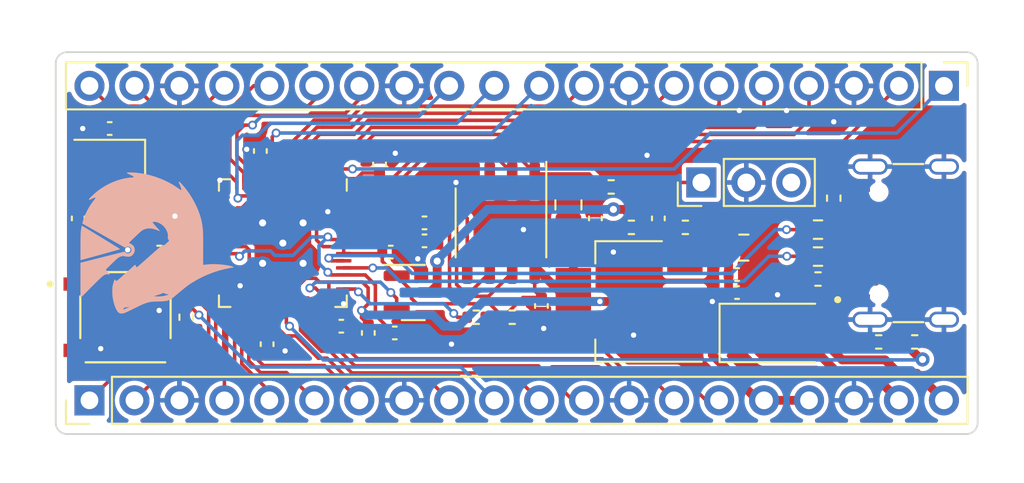
<source format=kicad_pcb>
(kicad_pcb (version 20211014) (generator pcbnew)
  (layers (0 "F.Cu" signal) (31 "B.Cu" signal) (34 "B.Paste" user) (35 "F.Paste" user) (36 "B.SilkS" user "B.Silkscreen") (37 "F.SilkS" user "F.Silkscreen") (38 "B.Mask" user) (39 "F.Mask" user) (44 "Edge.Cuts" user))
  (net 0 "")
  (net 1 "VSYS")
  (net 2 "GND")
  (net 3 "+3V3")
  (net 4 "+1V1")
  (net 5 "Net-(C9-Pad1)")
  (net 6 "XIN")
  (net 7 "Net-(C11-Pad1)")
  (net 8 "VBUS")
  (net 9 "USB_D_N")
  (net 10 "USB_D_P")
  (net 11 "Net-(J1-PadA5)")
  (net 12 "GPIO29{slash}ADC3")
  (net 13 "GPIO24")
  (net 14 "/RUSB_D_P")
  (net 15 "/RUSB_D_N")
  (net 16 "XOUT")
  (net 17 "RUN")
  (net 18 "Net-(R10-Pad2)")
  (net 19 "QSPI_SS_N")
  (net 20 "GPIO0")
  (net 21 "GPIO1")
  (net 22 "GPIO2")
  (net 23 "GPIO3")
  (net 24 "GPIO4")
  (net 25 "GPIO5")
  (net 26 "GPIO6")
  (net 27 "GPIO7")
  (net 28 "GPIO8")
  (net 29 "GPIO9")
  (net 30 "GPIO10")
  (net 31 "GPIO11")
  (net 32 "GPIO12")
  (net 33 "GPIO13")
  (net 34 "GPIO14")
  (net 35 "GPIO15")
  (net 36 "SWCLK")
  (net 37 "SWDIO")
  (net 38 "GPIO16")
  (net 39 "GPIO17")
  (net 40 "GPIO18")
  (net 41 "GPIO19")
  (net 42 "GPIO20")
  (net 43 "GPIO21")
  (net 44 "GPIO22")
  (net 45 "GPIO23")
  (net 46 "GPIO25")
  (net 47 "GPIO26{slash}ADC0")
  (net 48 "GPIO27{slash}ADC1")
  (net 49 "GPIO28{slash}ADC2")
  (net 50 "Net-(R6-Pad1)")
  (net 51 "QSPI_SD3")
  (net 52 "QSPI_SCLK")
  (net 53 "QSPI_SD0")
  (net 54 "QSPI_SD2")
  (net 55 "QSPI_SD1")
  (net 58 "ADC_VREF")
  (net 59 "Net-(J1-PadB5)")
  (net 61 "Net-(JP1-Pad1)")
  (footprint "Package_TO_SOT_SMD:SOT-223-3_TabPin2" (layer "F.Cu") (at 149.86 113.792 180)
    (fp_text reference "U1" hide)
    (fp_text value "AMS1117-3.3")
  )
  (footprint "Capacitor_SMD:C_0402_1005Metric" (layer "F.Cu") (at 120.523 104.013 180)
    (fp_text reference "C10" hide)
    (fp_text value "15pF")
  )
  (footprint "Capacitor_SMD:C_0402_1005Metric" (layer "F.Cu") (at 138.303 109.347)
    (fp_text reference "C8" hide)
    (fp_text value "0.1uF")
  )
  (footprint "Resistor_SMD:R_0402_1005Metric" (layer "F.Cu") (at 148.846 107.315)
    (fp_text reference "R11" hide)
    (fp_text value "1kΩ")
  )
  (footprint "Connector_PinHeader_2.54mm:PinHeader_1x20_P2.54mm_Vertical" (layer "F.Cu") (at 167.64 101.6 -90)
    (fp_text reference "J2" hide)
    (fp_text value "Conn_01x20")
  )
  (footprint "Crystal:Crystal_SMD_3225-4Pin_3.2x2.5mm" (layer "F.Cu") (at 120.523 106.299 180)
    (fp_text reference "U2" hide)
    (fp_text value "X322512MSB4SI")
  )
  (footprint "Resistor_SMD:R_0402_1005Metric" (layer "F.Cu") (at 149.987 109.601)
    (fp_text reference "R8" hide)
    (fp_text value "100kΩ")
  )
  (footprint "Capacitor_SMD:C_0805_2012Metric" (layer "F.Cu") (at 146.431 108.331 90)
    (fp_text reference "C5" hide)
    (fp_text value "22uF")
  )
  (footprint "Package_TO_SOT_SMD:SOT-23" (layer "F.Cu") (at 137.668 113.284)
    (fp_text reference "Q1" hide)
    (fp_text value "2N7002")
  )
  (footprint "Capacitor_SMD:C_0402_1005Metric" (layer "F.Cu") (at 155.956 113.284)
    (fp_text reference "C1" hide)
    (fp_text value "1uF")
  )
  (footprint "Capacitor_SMD:C_0805_2012Metric" (layer "F.Cu") (at 156.337 110.744)
    (fp_text reference "C2" hide)
    (fp_text value "22uF")
  )
  (footprint "Capacitor_SMD:C_0402_1005Metric" (layer "F.Cu") (at 129.032 105.283 90)
    (fp_text reference "C13" hide)
    (fp_text value "0.1uF")
  )
  (footprint "Capacitor_SMD:C_0402_1005Metric" (layer "F.Cu") (at 123.317 110.998 180)
    (fp_text reference "C18" hide)
    (fp_text value "0.1uF")
  )
  (footprint "Resistor_SMD:R_0402_1005Metric" (layer "F.Cu") (at 120.523 108.585 180)
    (fp_text reference "R9" hide)
    (fp_text value "1kΩ")
  )
  (footprint "Package_SO:SOIC-8_3.9x4.9mm_P1.27mm" (layer "F.Cu") (at 142.621 109.347 -90)
    (fp_text reference "U4" hide)
    (fp_text value "W25Q128JVSIQ")
  )
  (footprint "Resistor_SMD:R_0402_1005Metric" (layer "F.Cu") (at 163.957 116.078)
    (fp_text reference "R1" hide)
    (fp_text value "5.6kΩ")
  )
  (footprint "Resistor_SMD:R_0402_1005Metric" (layer "F.Cu") (at 153.035 109.601 180)
    (fp_text reference "R7" hide)
    (fp_text value "200kΩ")
  )
  (footprint "Capacitor_SMD:C_0402_1005Metric" (layer "F.Cu") (at 136.398 110.998)
    (fp_text reference "C16" hide)
    (fp_text value "0.1uF")
  )
  (footprint "Resistor_SMD:R_0402_1005Metric" (layer "F.Cu") (at 124.841 114.681 -90)
    (fp_text reference "R10" hide)
    (fp_text value "1kΩ")
  )
  (footprint "Capacitor_SMD:C_0402_1005Metric" (layer "F.Cu") (at 135.128 115.57 -90)
    (fp_text reference "C12" hide)
    (fp_text value "1uF")
  )
  (footprint "Resistor_SMD:R_0402_1005Metric" (layer "F.Cu") (at 143.256 114.681 180)
    (fp_text reference "R5" hide)
    (fp_text value "200Ω")
  )
  (footprint "Resistor_SMD:R_0402_1005Metric" (layer "F.Cu") (at 161.417 107.95 -90)
    (fp_text reference "R13" hide)
    (fp_text value "5.1kΩ")
  )
  (footprint "Capacitor_SMD:C_0402_1005Metric" (layer "F.Cu") (at 133.604 115.189)
    (fp_text reference "C15" hide)
    (fp_text value "0.1uF")
  )
  (footprint "Resistor_SMD:R_0402_1005Metric" (layer "F.Cu") (at 160.528 112.522)
    (fp_text reference "R12" hide)
    (fp_text value "5.1kΩ")
  )
  (footprint "Diode_SMD:D_SMA" (layer "F.Cu") (at 158.369 115.57)
    (fp_text reference "D1" hide)
    (fp_text value "SS54")
  )
  (footprint "Connector_PinHeader_2.54mm:PinHeader_1x20_P2.54mm_Vertical" (layer "F.Cu") (at 119.38 119.38 90)
    (fp_text reference "J3" hide)
    (fp_text value "Conn_01x20")
  )
  (footprint "Capacitor_SMD:C_0402_1005Metric" (layer "F.Cu") (at 135.763 106.045 90)
    (fp_text reference "C19" hide)
    (fp_text value "0.1uF")
  )
  (footprint "Capacitor_SMD:C_0402_1005Metric" (layer "F.Cu") (at 147.955 109.093 90)
    (fp_text reference "C4" hide)
    (fp_text value "100nF")
  )
  (footprint "01-rickbassham:RP2040" (layer "F.Cu") (at 130.302 110.49 -90)
    (fp_text reference "U3" hide)
    (fp_text value "RP2040")
  )
  (footprint "Resistor_SMD:R_0603_1608Metric" (layer "F.Cu") (at 160.528 111.252)
    (fp_text reference "R4" hide)
    (fp_text value "27Ω")
  )
  (footprint "Resistor_SMD:R_0402_1005Metric" (layer "F.Cu") (at 141.224 114.681)
    (fp_text reference "R6" hide)
    (fp_text value "1Ω")
  )
  (footprint "01-rickbassham:SW_TS-1187A-B-A-B" (layer "F.Cu") (at 121.412 114.681)
    (fp_text reference "SW1" hide)
    (fp_text value "SW_Push")
  )
  (footprint "Resistor_SMD:R_0402_1005Metric" (layer "F.Cu") (at 165.989 116.078)
    (fp_text reference "R2" hide)
    (fp_text value "10kΩ")
  )
  (footprint "Capacitor_SMD:C_0402_1005Metric" (layer "F.Cu") (at 136.624 115.57)
    (fp_text reference "C6" hide)
    (fp_text value "1uF")
  )
  (footprint "Capacitor_SMD:C_0402_1005Metric" (layer "F.Cu") (at 151.511 109.093 90)
    (fp_text reference "C9" hide)
    (fp_text value "0.1uF")
  )
  (footprint "Capacitor_SMD:C_0402_1005Metric" (layer "F.Cu") (at 125.222 111.633 180)
    (fp_text reference "C7" hide)
    (fp_text value "0.1uF")
  )
  (footprint "Capacitor_SMD:C_0402_1005Metric" (layer "F.Cu") (at 138.303 110.363)
    (fp_text reference "C17" hide)
    (fp_text value "0.1uF")
  )
  (footprint "Capacitor_SMD:C_0402_1005Metric" (layer "F.Cu") (at 118.745 109.093 -90)
    (fp_text reference "C11" hide)
    (fp_text value "15pF")
  )
  (footprint "Connector_PinHeader_2.54mm:PinHeader_1x03_P2.54mm_Vertical" (layer "F.Cu") (at 153.939 107.061 90)
    (fp_text reference "JP1" hide)
    (fp_text value "Boot_Mode")
  )
  (footprint "Capacitor_SMD:C_0402_1005Metric" (layer "F.Cu") (at 155.956 112.268)
    (fp_text reference "C3" hide)
    (fp_text value "100nF")
  )
  (footprint "Resistor_SMD:R_0603_1608Metric" (layer "F.Cu") (at 160.528 109.728)
    (fp_text reference "R3" hide)
    (fp_text value "27Ω")
  )
  (footprint "Capacitor_SMD:C_0402_1005Metric" (layer "F.Cu") (at 129.413 116.205 -90)
    (fp_text reference "C14" hide)
    (fp_text value "0.1uF")
  )
  (footprint "Capacitor_SMD:C_0402_1005Metric" (layer "F.Cu") (at 144.907 114.046 -90)
    (fp_text reference "C20" hide)
    (fp_text value "0.1uF")
  )
  (footprint "01-rickbassham:HRO_TYPE-C-31-M-12" (layer "F.Cu") (at 167.64 110.49 90)
    (fp_text reference "J1" hide)
    (fp_text value "TYPE-C-31-M-12")
  )
  (footprint "01-rickbassham:logo_small" (layer "B.Cu") (at 123.19 110.49 90)
    (fp_text reference "G***" hide)
    (fp_text value "LOGO" hide)
  )
  (gr_arc (start 117.475 100.33) (mid 117.660987 99.880987) (end 118.11 99.695) (layer "Edge.Cuts") (width 0.1))
  (gr_line (start 169.545 100.33) (end 169.545 120.65) (layer "Edge.Cuts") (width 0.1))
  (gr_line (start 168.91 121.285) (end 118.11 121.285) (layer "Edge.Cuts") (width 0.1))
  (gr_arc (start 118.11 121.285) (mid 117.660987 121.099013) (end 117.475 120.65) (layer "Edge.Cuts") (width 0.1))
  (gr_arc (start 168.91 99.695) (mid 169.359013 99.880987) (end 169.545 100.33) (layer "Edge.Cuts") (width 0.1))
  (gr_line (start 118.11 99.695) (end 168.91 99.695) (layer "Edge.Cuts") (width 0.1))
  (gr_line (start 117.475 120.65) (end 117.475 100.33) (layer "Edge.Cuts") (width 0.1))
  (gr_arc (start 169.545 120.65) (mid 169.359013 121.099013) (end 168.91 121.285) (layer "Edge.Cuts") (width 0.1))
  (segment (start 155.476 114.931) (end 157.464511 116.919511) (width 0.5) (layer "F.Cu") (net 1))
  (segment (start 163.576 117.856) (end 165.1 119.38) (width 0.5) (layer "F.Cu") (net 1))
  (segment (start 155.476 110.833) (end 155.476 112.268) (width 0.5) (layer "F.Cu") (net 1))
  (segment (start 161.66573 117.856) (end 163.576 117.856) (width 0.5) (layer "F.Cu") (net 1))
  (segment (start 155.387 110.744) (end 155.476 110.833) (width 0.5) (layer "F.Cu") (net 1))
  (segment (start 153.01 111.492) (end 153.758 110.744) (width 0.5) (layer "F.Cu") (net 1))
  (segment (start 155.476 113.284) (end 155.476 112.268) (width 0.5) (layer "F.Cu") (net 1))
  (segment (start 160.729241 116.919511) (end 161.66573 117.856) (width 0.5) (layer "F.Cu") (net 1))
  (segment (start 153.01 111.492) (end 153.545 110.957) (width 0.5) (layer "F.Cu") (net 1))
  (segment (start 155.476 113.284) (end 155.476 114.931) (width 0.5) (layer "F.Cu") (net 1))
  (segment (start 153.545 110.957) (end 153.545 109.601) (width 0.5) (layer "F.Cu") (net 1))
  (segment (start 157.464511 116.919511) (end 160.729241 116.919511) (width 0.5) (layer "F.Cu") (net 1))
  (segment (start 153.758 110.744) (end 155.387 110.744) (width 0.5) (layer "F.Cu") (net 1))
  (segment (start 124.73 109.49) (end 126.8645 109.49) (width 0.2) (layer "F.Cu") (net 2))
  (segment (start 146.431 107.381) (end 146.723 107.381) (width 0.5) (layer "F.Cu") (net 2))
  (segment (start 124.206 108.966) (end 124.73 109.49) (width 0.2) (layer "F.Cu") (net 2))
  (via (at 150.871634 105.525303) (size 0.5) (drill 0.3) (layers "F.Cu" "B.Cu") (net 2))
  (via (at 139.827 116.205) (size 0.5) (drill 0.3) (layers "F.Cu" "B.Cu") (net 2))
  (via (at 129.159 109.347) (size 0.8) (drill 0.4) (layers "F.Cu" "B.Cu") (net 2))
  (via (at 143.891 109.728) (size 0.5) (drill 0.3) (layers "F.Cu" "B.Cu") (net 2))
  (via (at 123.317 114.3) (size 0.5) (drill 0.3) (layers "F.Cu" "B.Cu") (net 2))
  (via (at 145.034 115.316) (size 0.5) (drill 0.3) (layers "F.Cu" "B.Cu") (net 2))
  (via (at 131.445 111.633) (size 0.8) (drill 0.4) (layers "F.Cu" "B.Cu") (net 2))
  (via (at 124.206 108.966) (size 0.5) (drill 0.3) (layers "F.Cu" "B.Cu") (net 2))
  (via (at 118.999 104.013) (size 0.5) (drill 0.3) (layers "F.Cu" "B.Cu") (net 2))
  (via (at 158.75 102.997) (size 0.5) (drill 0.3) (layers "F.Cu" "B.Cu") (net 2))
  (via (at 128.25858 105.187794) (size 0.5) (drill 0.3) (layers "F.Cu" "B.Cu") (net 2))
  (via (at 131.445 109.347) (size 0.8) (drill 0.4) (layers "F.Cu" "B.Cu") (net 2))
  (via (at 148.971 110.998) (size 0.5) (drill 0.3) (layers "F.Cu" "B.Cu") (net 2))
  (via (at 150.111128 115.693814) (size 0.5) (drill 0.3) (layers "F.Cu" "B.Cu") (net 2))
  (via (at 136.652 105.41) (size 0.5) (drill 0.3) (layers "F.Cu" "B.Cu") (net 2))
  (via (at 132.842 108.712) (size 0.5) (drill 0.3) (layers "F.Cu" "B.Cu") (net 2))
  (via (at 126.746 106.934) (size 0.5) (drill 0.3) (layers "F.Cu" "B.Cu") (net 2))
  (via (at 121.539 110.871) (size 0.5) (drill 0.3) (layers "F.Cu" "B.Cu") (net 2))
  (via (at 161.417 103.632) (size 0.5) (drill 0.3) (layers "F.Cu" "B.Cu") (net 2))
  (via (at 120.015 116.459) (size 0.5) (drill 0.3) (layers "F.Cu" "B.Cu") (net 2))
  (via (at 137.922 111.379) (size 0.5) (drill 0.3) (layers "F.Cu" "B.Cu") (net 2))
  (via (at 140.081 107.061) (size 0.5) (drill 0.3) (layers "F.Cu" "B.Cu") (net 2))
  (via (at 154.559 113.792) (size 0.5) (drill 0.3) (layers "F.Cu" "B.Cu") (net 2))
  (via (at 129.159 111.633) (size 0.8) (drill 0.4) (layers "F.Cu" "B.Cu") (net 2))
  (via (at 130.302 110.49) (size 0.8) (drill 0.4) (layers "F.Cu" "B.Cu") (net 2))
  (via (at 133.731 113.919) (size 0.5) (drill 0.3) (layers "F.Cu" "B.Cu") (net 2))
  (via (at 158.242 113.411) (size 0.5) (drill 0.3) (layers "F.Cu" "B.Cu") (net 2))
  (via (at 127.889 112.903) (size 0.5) (drill 0.3) (layers "F.Cu" "B.Cu") (net 2))
  (via (at 156.083 102.997) (size 0.5) (drill 0.3) (layers "F.Cu" "B.Cu") (net 2))
  (via (at 130.429 116.586) (size 0.5) (drill 0.3) (layers "F.Cu" "B.Cu") (net 2))
  (segment (start 135.261332 110.69) (end 135.865172 110.08616) (width 0.2) (layer "F.Cu") (net 3))
  (segment (start 124.105 110.69) (end 123.797 110.998) (width 0.2) (layer "F.Cu") (net 3))
  (segment (start 132.902 112.709) (end 132.883 112.69) (width 0.2) (layer "F.Cu") (net 3))
  (segment (start 135.118955 113.02094) (end 135.118955 113.928045) (width 0.2) (layer "F.Cu") (net 3))
  (segment (start 127.396295 110.69) (end 128.216 110.69) (width 0.2) (layer "F.Cu") (net 3))
  (segment (start 135.918 111.5215) (end 136.7305 112.334) (width 0.2) (layer "F.Cu") (net 3))
  (segment (start 134.788015 112.69) (end 135.118955 113.02094) (width 0.2) (layer "F.Cu") (net 3))
  (segment (start 133.7395 110.69) (end 132.578254 110.69) (width 0.2) (layer "F.Cu") (net 3))
  (segment (start 141.984 113.919) (end 142.746 114.681) (width 0.2) (layer "F.Cu") (net 3))
  (segment (start 134.747 114.3) (end 134.747 114.709) (width 0.2) (layer "F.Cu") (net 3))
  (segment (start 133.7395 111.09) (end 133.7395 110.69) (width 0.2) (layer "F.Cu") (net 3))
  (segment (start 127.396295 110.69) (end 127.60152 110.484775) (width 0.2) (layer "F.Cu") (net 3))
  (segment (start 129.507225 113.19048) (end 129.302 113.395705) (width 0.2) (layer "F.Cu") (net 3))
  (segment (start 126.8645 110.69) (end 124.105 110.69) (width 0.2) (layer "F.Cu") (net 3))
  (segment (start 146.71 113.792) (end 146.496 113.792) (width 0.5) (layer "F.Cu") (net 3))
  (segment (start 137.54616 110.08616) (end 137.823 110.363) (width 0.2) (layer "F.Cu") (net 3))
  (segment (start 132.207 108.279295) (end 132.902 107.584295) (width 0.2) (layer "F.Cu") (net 3))
  (segment (start 128.402489 110.876489) (end 128.402489 112.389511) (width 0.2) (layer "F.Cu") (net 3))
  (segment (start 129.302 107.0525) (end 129.302 107.584295) (width 0.2) (layer "F.Cu") (net 3))
  (segment (start 126.8645 110.69) (end 127.396295 110.69) (width 0.2) (layer "F.Cu") (net 3))
  (segment (start 157.129978 119.38) (end 157.48 119.38) (width 0.5) (layer "F.Cu") (net 3))
  (segment (start 130.888393 113.19048) (end 129.507225 113.19048) (width 0.2) (layer "F.Cu") (net 3))
  (segment (start 137.56848 113.620197) (end 137.867283 113.919) (width 0.2) (layer "F.Cu") (net 3))
  (segment (start 134.788511 106.526616) (end 134.788511 106.525) (width 0.2) (layer "F.Cu") (net 3))
  (segment (start 129.507225 107.78952) (end 132.696775 107.78952) (width 0.2) (layer "F.Cu") (net 3))
  (segment (start 129.032 105.763) (end 129.302 106.033) (width 0.2) (layer "F.Cu") (net 3))
  (segment (start 132.696775 107.78952) (end 132.902 107.584295) (width 0.2) (layer "F.Cu") (net 3))
  (segment (start 129.302 113.395705) (end 129.302 113.9275) (width 0.2) (layer "F.Cu") (net 3))
  (segment (start 154.39548 114.828458) (end 154.39548 114.83975) (width 0.5) (layer "F.Cu") (net 3))
  (segment (start 132.883 112.69) (end 132.361301 112.69) (width 0.2) (layer "F.Cu") (net 3))
  (segment (start 128.266607 108.22252) (end 128.828782 108.222519) (width 0.2) (layer "F.Cu") (net 3))
  (segment (start 132.207 110.318746) (end 132.207 108.279295) (width 0.2) (layer "F.Cu") (net 3))
  (segment (start 132.361301 112.69) (end 132.15179 112.480489) (width 0.2) (layer "F.Cu") (net 3))
  (segment (start 132.902 113.9275) (end 132.902 114.967) (width 0.2) (layer "F.Cu") (net 3))
  (segment (start 127.989616 108.499511) (end 128.266607 108.22252) (width 0.2) (layer "F.Cu") (net 3))
  (segment (start 129.302 106.033) (end 129.302 107.0525) (width 0.2) (layer "F.Cu") (net 3))
  (segment (start 132.902 113.9275) (end 132.902 112.709) (width 0.2) (layer "F.Cu") (net 3))
  (segment (start 135.918 110.998) (end 135.826 111.09) (width 0.2) (layer "F.Cu") (net 3))
  (segment (start 132.15179 112.480489) (end 131.598384 112.480489) (width 0.2) (layer "F.Cu") (net 3))
  (segment (start 154.559 116.809022) (end 157.129978 119.38) (width 0.5) (layer "F.Cu") (net 3))
  (segment (start 132.902 107.0525) (end 133.105989 106.848511) (width 0.2) (layer "F.Cu") (net 3))
  (segment (start 146.723 109.573) (end 146.431 109.281) (width 0.5) (layer "F.Cu") (net 3))
  (segment (start 153.01 113.792) (end 153.359022 113.792) (width 0.5) (layer "F.Cu") (net 3))
  (segment (start 127.720489 108.499511) (end 127.989616 108.499511) (width 0.2) (layer "F.Cu") (net 3))
  (segment (start 136.7305 112.3465) (end 137.56848 113.18448) (width 0.2) (layer "F.Cu") (net 3))
  (segment (start 146.71 113.792) (end 153.01 113.792) (width 0.5) (layer "F.Cu") (net 3))
  (segment (start 134.788511 106.525) (end 135.763 106.525) (width 0.2) (layer "F.Cu") (net 3))
  (segment (start 135.826 111.09) (end 133.7395 111.09) (width 0.2) (layer "F.Cu") (net 3))
  (segment (start 128.402489 112.389511) (end 129.153511 112.389511) (width 0.2) (layer "F.Cu") (net 3))
  (segment (start 128.828782 108.222519) (end 129.302 107.749301) (width 0.2) (layer "F.Cu") (net 3))
  (segment (start 142.746 114.681) (end 142.748 114.681) (width 0.2) (layer "F.Cu") (net 3))
  (segment (start 135.118955 113.928045) (end 134.747 114.3) (width 0.2) (layer "F.Cu") (net 3))
  (segment (start 129.302 112.538) (end 129.302 113.395705) (width 0.2) (layer "F.Cu") (net 3))
  (segment (start 127.60152 110.484775) (end 127.60152 108.61848) (width 0.2) (layer "F.Cu") (net 3))
  (segment (start 131.598384 112.480489) (end 130.888393 113.19048) (width 0.2) (layer "F.Cu") (net 3))
  (segment (start 129.302 107.749301) (end 129.302 107.0525) (width 0.2) (layer "F.Cu") (net 3))
  (segment (start 134.466616 106.848511) (end 134.788511 106.526616) (width 0.2) (layer "F.Cu") (net 3))
  (segment (start 132.578254 110.69) (end 132.207 110.318746) (width 0.2) (layer "F.Cu") (net 3))
  (segment (start 128.216 110.69) (end 128.402489 110.876489) (width 0.2) (layer "F.Cu") (net 3))
  (segment (start 154.559 115.00327) (end 154.559 116.809022) (width 0.5) (layer "F.Cu") (net 3))
  (segment (start 135.865172 110.08616) (end 137.54616 110.08616) (width 0.2) (layer "F.Cu") (net 3))
  (segment (start 129.302 113.9275) (end 129.302 115.614) (width 0.2) (layer "F.Cu") (net 3))
  (segment (start 153.359022 113.792) (end 154.39548 114.828458) (width 0.5) (layer "F.Cu") (net 3))
  (segment (start 129.302 107.584295) (end 129.507225 107.78952) (width 0.2) (layer "F.Cu") (net 3))
  (segment (start 144.907 113.566) (end 144.526 113.185) (width 0.2) (layer "F.Cu") (net 3))
  (segment (start 154.39548 114.83975) (end 154.559 115.00327) (width 0.5) (layer "F.Cu") (net 3))
  (segment (start 137.867283 113.919) (end 141.984 113.919) (width 0.2) (layer "F.Cu") (net 3))
  (segment (start 146.71 109.56) (end 146.431 109.281) (width 0.5) (layer "F.Cu") (net 3))
  (segment (start 147.955 109.573) (end 146.723 109.573) (width 0.5) (layer "F.Cu") (net 3))
  (segment (start 132.902 107.584295) (end 132.902 107.0525) (width 0.2) (layer "F.Cu") (net 3))
  (segment (start 127.60152 108.61848) (end 127.720489 108.499511) (width 0.2) (layer "F.Cu") (net 3))
  (segment (start 135.918 110.998) (end 135.918 111.5215) (width 0.2) (layer "F.Cu") (net 3))
  (segment (start 134.747 114.709) (end 135.128 115.09) (width 0.2) (layer "F.Cu") (net 3))
  (segment (start 132.902 114.967) (end 133.124 115.189) (width 0.2) (layer "F.Cu") (net 3))
  (segment (start 146.496 113.792) (end 144.526 111.822) (width 0.5) (layer "F.Cu") (net 3))
  (segment (start 129.302 115.614) (end 129.413 115.725) (width 0.2) (layer "F.Cu") (net 3))
  (segment (start 137.56848 113.18448) (end 137.56848 113.620197) (width 0.2) (layer "F.Cu") (net 3))
  (segment (start 157.48 119.38) (end 160.02 119.38) (width 0.5) (layer "F.Cu") (net 3))
  (segment (start 133.7395 110.69) (end 135.261332 110.69) (width 0.2) (layer "F.Cu") (net 3))
  (segment (start 129.153511 112.389511) (end 129.302 112.538) (width 0.2) (layer "F.Cu") (net 3))
  (segment (start 144.526 113.185) (end 144.526 111.822) (width 0.2) (layer "F.Cu") (net 3))
  (segment (start 133.7395 112.69) (end 132.883 112.69) (width 0.2) (layer "F.Cu") (net 3))
  (segment (start 146.71 113.792) (end 146.71 109.56) (width 0.5) (layer "F.Cu") (net 3))
  (segment (start 142.748 114.681) (end 143.863 113.566) (width 0.2) (layer "F.Cu") (net 3))
  (segment (start 133.105989 106.848511) (end 134.466616 106.848511) (width 0.2) (layer "F.Cu") (net 3))
  (segment (start 133.7395 112.69) (end 134.788015 112.69) (width 0.2) (layer "F.Cu") (net 3))
  (segment (start 143.863 113.566) (end 144.907 113.566) (width 0.2) (layer "F.Cu") (net 3))
  (segment (start 136.7305 112.334) (end 136.7305 112.3465) (width 0.2) (layer "F.Cu") (net 3))
  (via (at 134.747 114.3) (size 0.5) (drill 0.3) (layers "F.Cu" "B.Cu") (net 3))
  (via (at 148.209 113.792) (size 0.5) (drill 0.3) (layers "F.Cu" "B.Cu") (net 3))
  (segment (start 135.001 114.554) (end 134.747 114.3) (width 0.5) (layer "B.Cu") (net 3))
  (segment (start 148.209 113.792) (end 141.619759 113.792) (width 0.5) (layer "B.Cu") (net 3))
  (segment (start 138.756144 114.554) (end 135.001 114.554) (width 0.5) (layer "B.Cu") (net 3))
  (segment (start 140.222759 115.189) (end 139.391144 115.189) (width 0.5) (layer "B.Cu") (net 3))
  (segment (start 141.619759 113.792) (end 140.222759 115.189) (width 0.5) (layer "B.Cu") (net 3))
  (segment (start 139.391144 115.189) (end 138.756144 114.554) (width 0.5) (layer "B.Cu") (net 3))
  (segment (start 132.9915 112.29) (end 132.842 112.1405) (width 0.2) (layer "F.Cu") (net 4))
  (segment (start 133.7395 112.29) (end 134.953006 112.29) (width 0.2) (layer "F.Cu") (net 4))
  (segment (start 134.953006 112.29) (end 135.52752 112.864514) (width 0.2) (layer "F.Cu") (net 4))
  (segment (start 133.7395 110.29) (end 135.096325 110.29) (width 0.2) (layer "F.Cu") (net 4))
  (segment (start 135.699685 109.68664) (end 137.48336 109.68664) (width 0.2) (layer "F.Cu") (net 4))
  (segment (start 137.48336 109.68664) (end 137.823 109.347) (width 0.2) (layer "F.Cu") (net 4))
  (segment (start 127.703489 111.09) (end 127.852989 111.2395) (width 0.2) (layer "F.Cu") (net 4))
  (segment (start 133.7395 112.29) (end 132.9915 112.29) (width 0.2) (layer "F.Cu") (net 4))
  (segment (start 133.7395 110.29) (end 132.9915 110.29) (width 0.2) (layer "F.Cu") (net 4))
  (segment (start 126.245 111.09) (end 125.702 111.633) (width 0.2) (layer "F.Cu") (net 4))
  (segment (start 135.52752 114.557945) (end 136.144 115.174425) (width 0.2) (layer "F.Cu") (net 4))
  (segment (start 135.52752 112.864514) (end 135.52752 114.557945) (width 0.2) (layer "F.Cu") (net 4))
  (segment (start 126.8645 111.09) (end 127.703489 111.09) (width 0.2) (layer "F.Cu") (net 4))
  (segment (start 135.096325 110.29) (end 135.699685 109.68664) (width 0.2) (layer "F.Cu") (net 4))
  (segment (start 132.9915 110.29) (end 132.842 110.1405) (width 0.2) (layer "F.Cu") (net 4))
  (segment (start 126.8645 111.09) (end 126.245 111.09) (width 0.2) (layer "F.Cu") (net 4))
  (segment (start 136.144 115.174425) (end 136.144 115.57) (width 0.2) (layer "F.Cu") (net 4))
  (via (at 132.842 112.1405) (size 0.5) (drill 0.3) (layers "F.Cu" "B.Cu") (net 4))
  (via (at 127.852989 111.2395) (size 0.5) (drill 0.3) (layers "F.Cu" "B.Cu") (net 4))
  (via (at 132.842 110.1405) (size 0.5) (drill 0.3) (layers "F.Cu" "B.Cu") (net 4))
  (segment (start 129.602489 110.933489) (end 129.858511 111.189511) (width 0.2) (layer "B.Cu") (net 4))
  (segment (start 130.872489 111.189511) (end 131.9215 110.1405) (width 0.2) (layer "B.Cu") (net 4))
  (segment (start 131.9215 110.1405) (end 132.842 110.1405) (width 0.2) (layer "B.Cu") (net 4))
  (segment (start 129.858511 111.189511) (end 130.872489 111.189511) (width 0.2) (layer "B.Cu") (net 4))
  (segment (start 132.344995 110.637505) (end 132.842 110.1405) (width 0.2) (layer "B.Cu") (net 4))
  (segment (start 132.344995 111.643495) (end 132.344995 110.637505) (width 0.2) (layer "B.Cu") (net 4))
  (segment (start 127.852989 111.2395) (end 128.159 110.933489) (width 0.2) (layer "B.Cu") (net 4))
  (segment (start 132.842 112.1405) (end 132.344995 111.643495) (width 0.2) (layer "B.Cu") (net 4))
  (segment (start 128.159 110.933489) (end 129.602489 110.933489) (width 0.2) (layer "B.Cu") (net 4))
  (segment (start 151.483 109.601) (end 151.511 109.573) (width 0.5) (layer "F.Cu") (net 5))
  (segment (start 151.511 109.573) (end 152.497 109.573) (width 0.5) (layer "F.Cu") (net 5))
  (segment (start 139.017461 112.872039) (end 138.6055 113.284) (width 0.5) (layer "F.Cu") (net 5))
  (segment (start 139.017461 111.506011) (end 139.017461 112.872039) (width 0.5) (layer "F.Cu") (net 5))
  (segment (start 150.497 109.474364) (end 150.497 109.601) (width 0.5) (layer "F.Cu") (net 5))
  (segment (start 150.497 109.601) (end 151.483 109.601) (width 0.5) (layer "F.Cu") (net 5))
  (segment (start 149.607636 108.585) (end 150.497 109.474364) (width 0.5) (layer "F.Cu") (net 5))
  (segment (start 148.971 108.585) (end 149.607636 108.585) (width 0.5) (layer "F.Cu") (net 5))
  (segment (start 152.497 109.573) (end 152.525 109.601) (width 0.5) (layer "F.Cu") (net 5))
  (via (at 148.971 108.585) (size 0.8) (drill 0.4) (layers "F.Cu" "B.Cu") (net 5))
  (via (at 139.017461 111.506011) (size 0.8) (drill 0.4) (layers "F.Cu" "B.Cu") (net 5))
  (segment (start 139.017461 111.426539) (end 141.859 108.585) (width 0.5) (layer "B.Cu") (net 5))
  (segment (start 141.859 108.585) (end 148.971 108.585) (width 0.5) (layer "B.Cu") (net 5))
  (segment (start 139.017461 111.506011) (end 139.017461 111.426539) (width 0.5) (layer "B.Cu") (net 5))
  (segment (start 121.003 104.829) (end 121.623 105.449) (width 0.5) (layer "F.Cu") (net 6))
  (segment (start 121.003 104.013) (end 121.003 104.829) (width 0.5) (layer "F.Cu") (net 6))
  (segment (start 122.903006 109.89) (end 122.682 109.668994) (width 0.2) (layer "F.Cu") (net 6))
  (segment (start 122.682 109.668994) (end 122.682 106.045) (width 0.2) (layer "F.Cu") (net 6))
  (segment (start 122.086 105.449) (end 121.623 105.449) (width 0.2) (layer "F.Cu") (net 6))
  (segment (start 122.682 106.045) (end 122.086 105.449) (width 0.2) (layer "F.Cu") (net 6))
  (segment (start 126.8645 109.89) (end 122.903006 109.89) (width 0.2) (layer "F.Cu") (net 6))
  (segment (start 119.423 107.149) (end 119.423 107.935) (width 0.5) (layer "F.Cu") (net 7))
  (segment (start 119.423 107.149) (end 119.423 107.995) (width 0.5) (layer "F.Cu") (net 7))
  (segment (start 119.423 107.995) (end 120.013 108.585) (width 0.5) (layer "F.Cu") (net 7))
  (segment (start 119.423 107.935) (end 118.745 108.613) (width 0.5) (layer "F.Cu") (net 7))
  (segment (start 167.64 119.38) (end 166.116 117.856) (width 0.5) (layer "F.Cu") (net 8))
  (segment (start 162.433 116.078) (end 163.447 116.078) (width 0.5) (layer "F.Cu") (net 8))
  (segment (start 161.814988 112.891648) (end 161.415116 113.29152) (width 0.5) (layer "F.Cu") (net 8))
  (segment (start 163.040489 108.240489) (end 163.612489 108.240489) (width 0.3) (layer "F.Cu") (net 8))
  (segment (start 161.893 117.094) (end 160.369 115.57) (width 0.5) (layer "F.Cu") (net 8))
  (segment (start 161.814988 112.89) (end 161.814988 112.891648) (width 0.5) (layer "F.Cu") (net 8))
  (segment (start 160.90148 113.29152) (end 160.369 113.824) (width 0.5) (layer "F.Cu") (net 8))
  (segment (start 164.320862 117.094) (end 161.893 117.094) (width 0.5) (layer "F.Cu") (net 8))
  (segment (start 163.040489 112.739511) (end 162.89 112.89) (width 0.3) (layer "F.Cu") (net 8))
  (segment (start 161.415116 113.29152) (end 160.90148 113.29152) (width 0.5) (layer "F.Cu") (net 8))
  (segment (start 165.082862 117.856) (end 164.320862 117.094) (width 0.5) (layer "F.Cu") (net 8))
  (segment (start 162.89 112.89) (end 161.814988 112.89) (width 0.5) (layer "F.Cu") (net 8))
  (segment (start 160.369 113.824) (end 160.369 115.57) (width 0.5) (layer "F.Cu") (net 8))
  (segment (start 162.89 108.09) (end 163.040489 108.240489) (width 0.3) (layer "F.Cu") (net 8))
  (segment (start 164.309031 112.239991) (end 163.809511 112.739511) (width 0.3) (layer "F.Cu") (net 8))
  (segment (start 166.116 117.856) (end 165.082862 117.856) (width 0.5) (layer "F.Cu") (net 8))
  (segment (start 163.612489 108.240489) (end 164.309031 108.937031) (width 0.3) (layer "F.Cu") (net 8))
  (segment (start 163.809511 112.739511) (end 163.040489 112.739511) (width 0.3) (layer "F.Cu") (net 8))
  (segment (start 160.369 115.57) (end 161.925 115.57) (width 0.5) (layer "F.Cu") (net 8))
  (segment (start 164.309031 108.937031) (end 164.309031 112.239991) (width 0.3) (layer "F.Cu") (net 8))
  (segment (start 161.925 115.57) (end 162.433 116.078) (width 0.5) (layer "F.Cu") (net 8))
  (segment (start 163.809022 110.24) (end 163.809511 110.240489) (width 0.3) (layer "F.Cu") (net 9))
  (segment (start 163.809511 111.239511) (end 163.809022 111.24) (width 0.3) (layer "F.Cu") (net 9))
  (segment (start 163.809022 111.24) (end 162.89 111.24) (width 0.3) (layer "F.Cu") (net 9))
  (segment (start 163.809511 110.240489) (end 163.809511 111.239511) (width 0.3) (layer "F.Cu") (net 9))
  (segment (start 162.89 111.24) (end 161.365 111.24) (width 0.3) (layer "F.Cu") (net 9))
  (segment (start 162.89 110.24) (end 163.809022 110.24) (width 0.3) (layer "F.Cu") (net 9))
  (segment (start 161.365 111.24) (end 161.353 111.252) (width 0.3) (layer "F.Cu") (net 9))
  (segment (start 161.353 109.999862) (end 161.353 109.728) (width 0.3) (layer "F.Cu") (net 10))
  (segment (start 162.89 109.74) (end 161.365 109.74) (width 0.3) (layer "F.Cu") (net 10))
  (segment (start 161.365 109.74) (end 161.353 109.728) (width 0.3) (layer "F.Cu") (net 10))
  (segment (start 162.89 110.74) (end 162.093138 110.74) (width 0.3) (layer "F.Cu") (net 10))
  (segment (start 162.093138 110.74) (end 161.353 109.999862) (width 0.3) (layer "F.Cu") (net 10))
  (segment (start 162.10252 111.74) (end 162.10252 111.754618) (width 0.3) (layer "F.Cu") (net 11))
  (segment (start 162.10252 111.754618) (end 161.335138 112.522) (width 0.3) (layer "F.Cu") (net 11))
  (segment (start 162.89 111.74) (end 162.10252 111.74) (width 0.3) (layer "F.Cu") (net 11))
  (segment (start 161.335138 112.522) (end 161.038 112.522) (width 0.3) (layer "F.Cu") (net 11))
  (segment (start 136.7305 113.6165) (end 136.7305 114.234) (width 0.2) (layer "F.Cu") (net 12))
  (segment (start 132.502 113.395705) (end 132.502 113.9275) (width 0.2) (layer "F.Cu") (net 12))
  (segment (start 132.136295 113.03) (end 132.502 113.395705) (width 0.2) (layer "F.Cu") (net 12))
  (segment (start 131.826 113.03) (end 132.136295 113.03) (width 0.2) (layer "F.Cu") (net 12))
  (segment (start 136.398 113.284) (end 136.7305 113.6165) (width 0.2) (layer "F.Cu") (net 12))
  (via (at 131.826 113.03) (size 0.5) (drill 0.3) (layers "F.Cu" "B.Cu") (net 12))
  (via (at 136.398 113.284) (size 0.5) (drill 0.3) (layers "F.Cu" "B.Cu") (net 12))
  (segment (start 135.813045 112.699045) (end 136.398 113.284) (width 0.2) (layer "B.Cu") (net 12))
  (segment (start 131.826 113.03) (end 132.156955 112.699045) (width 0.2) (layer "B.Cu") (net 12))
  (segment (start 132.156955 112.699045) (end 135.813045 112.699045) (width 0.2) (layer "B.Cu") (net 12))
  (segment (start 164.467 116.078) (end 165.479 116.078) (width 0.5) (layer "F.Cu") (net 13))
  (segment (start 130.502 115.008) (end 130.502 113.9275) (width 0.2) (layer "F.Cu") (net 13))
  (segment (start 165.479 116.204636) (end 166.341622 117.067258) (width 0.5) (layer "F.Cu") (net 13))
  (segment (start 130.683 115.189) (end 130.502 115.008) (width 0.2) (layer "F.Cu") (net 13))
  (segment (start 166.341622 117.067258) (end 166.431497 117.067258) (width 0.5) (layer "F.Cu") (net 13))
  (segment (start 165.479 116.078) (end 165.479 116.204636) (width 0.5) (layer "F.Cu") (net 13))
  (via (at 166.431497 117.067258) (size 0.8) (drill 0.4) (layers "F.Cu" "B.Cu") (net 13))
  (via (at 130.683 115.189) (size 0.5) (drill 0.3) (layers "F.Cu" "B.Cu") (net 13))
  (segment (start 166.404755 117.094) (end 132.588 117.094) (width 0.2) (layer "B.Cu") (net 13))
  (segment (start 132.588 117.094) (end 130.683 115.189) (width 0.2) (layer "B.Cu") (net 13))
  (segment (start 166.431497 117.067258) (end 166.404755 117.094) (width 0.2) (layer "B.Cu") (net 13))
  (segment (start 133.044006 111.49) (end 133.7395 111.49) (width 0.2) (layer "F.Cu") (net 14))
  (segment (start 132.894506 111.3405) (end 133.044006 111.49) (width 0.2) (layer "F.Cu") (net 14))
  (segment (start 158.75 109.728) (end 159.703 109.728) (width 0.2) (layer "F.Cu") (net 14))
  (via (at 132.894506 111.3405) (size 0.5) (drill 0.3) (layers "F.Cu" "B.Cu") (net 14))
  (via (at 158.75 109.728) (size 0.5) (drill 0.3) (layers "F.Cu" "B.Cu") (net 14))
  (segment (start 132.894506 111.3405) (end 133.038885 111.196121) (width 0.2) (layer "B.Cu") (net 14))
  (segment (start 133.038885 111.196121) (end 136.596121 111.196121) (width 0.2) (layer "B.Cu") (net 14))
  (segment (start 137.605511 112.205511) (end 155.637489 112.205511) (width 0.2) (layer "B.Cu") (net 14))
  (segment (start 136.596121 111.196121) (end 137.605511 112.205511) (width 0.2) (layer "B.Cu") (net 14))
  (segment (start 155.637489 112.205511) (end 158.115 109.728) (width 0.2) (layer "B.Cu") (net 14))
  (segment (start 158.115 109.728) (end 158.75 109.728) (width 0.2) (layer "B.Cu") (net 14))
  (segment (start 158.767122 111.234878) (end 159.685878 111.234878) (width 0.2) (layer "F.Cu") (net 15))
  (segment (start 159.685878 111.234878) (end 159.703 111.252) (width 0.2) (layer "F.Cu") (net 15))
  (segment (start 135.382 111.895624) (end 135.376376 111.89) (width 0.2) (layer "F.Cu") (net 15))
  (segment (start 135.376376 111.89) (end 133.7395 111.89) (width 0.2) (layer "F.Cu") (net 15))
  (via (at 135.382 111.895624) (size 0.5) (drill 0.3) (layers "F.Cu" "B.Cu") (net 15))
  (via (at 158.767122 111.234878) (size 0.5) (drill 0.3) (layers "F.Cu" "B.Cu") (net 15))
  (segment (start 135.382 111.895624) (end 136.152624 111.895624) (width 0.2) (layer "B.Cu") (net 15))
  (segment (start 136.906 112.649) (end 156.337 112.649) (width 0.2) (layer "B.Cu") (net 15))
  (segment (start 156.337 112.649) (end 157.751122 111.234878) (width 0.2) (layer "B.Cu") (net 15))
  (segment (start 157.751122 111.234878) (end 158.767122 111.234878) (width 0.2) (layer "B.Cu") (net 15))
  (segment (start 136.152624 111.895624) (end 136.906 112.649) (width 0.2) (layer "B.Cu") (net 15))
  (segment (start 126.8645 110.29) (end 122.738 110.29) (width 0.2) (layer "F.Cu") (net 16))
  (segment (start 122.738 110.29) (end 121.033 108.585) (width 0.2) (layer "F.Cu") (net 16))
  (segment (start 125.5615 114.554) (end 125.1785 114.171) (width 0.2) (layer "F.Cu") (net 17))
  (segment (start 125.222 112.776) (end 125.708 112.29) (width 0.2) (layer "F.Cu") (net 17))
  (segment (start 125.222 113.79) (end 125.222 112.776) (width 0.2) (layer "F.Cu") (net 17))
  (segment (start 124.841 114.171) (end 125.222 113.79) (width 0.2) (layer "F.Cu") (net 17))
  (segment (start 125.1785 114.171) (end 124.841 114.171) (width 0.2) (layer "F.Cu") (net 17))
  (segment (start 125.708 112.29) (end 126.8645 112.29) (width 0.2) (layer "F.Cu") (net 17))
  (via (at 125.5615 114.554) (size 0.5) (drill 0.3) (layers "F.Cu" "B.Cu") (net 17))
  (segment (start 125.5615 114.554) (end 128.50102 117.49352) (width 0.2) (layer "B.Cu") (net 17))
  (segment (start 140.35352 117.49352) (end 142.24 119.38) (width 0.2) (layer "B.Cu") (net 17))
  (segment (start 128.50102 117.49352) (end 140.35352 117.49352) (width 0.2) (layer "B.Cu") (net 17))
  (segment (start 118.412 112.806) (end 124.412 112.806) (width 0.5) (layer "F.Cu") (net 18))
  (segment (start 118.412 112.806) (end 120.797 115.191) (width 0.5) (layer "F.Cu") (net 18))
  (segment (start 120.797 115.191) (end 124.841 115.191) (width 0.5) (layer "F.Cu") (net 18))
  (segment (start 143.150717 105.156) (end 144.526 106.531283) (width 0.2) (layer "F.Cu") (net 19))
  (segment (start 144.526 106.531283) (end 144.526 106.872) (width 0.2) (layer "F.Cu") (net 19))
  (segment (start 144.81652 106.58148) (end 144.526 106.872) (width 0.2) (layer "F.Cu") (net 19))
  (segment (start 147.60248 106.58148) (end 144.81652 106.58148) (width 0.2) (layer "F.Cu") (net 19))
  (segment (start 136.083969 107.248031) (end 138.176 105.156) (width 0.2) (layer "F.Cu") (net 19))
  (segment (start 148.336 107.315) (end 147.60248 106.58148) (width 0.2) (layer "F.Cu") (net 19))
  (segment (start 133.7395 107.89) (end 134.381469 107.248031) (width 0.2) (layer "F.Cu") (net 19))
  (segment (start 138.176 105.156) (end 143.150717 105.156) (width 0.2) (layer "F.Cu") (net 19))
  (segment (start 134.381469 107.248031) (end 136.083969 107.248031) (width 0.2) (layer "F.Cu") (net 19))
  (segment (start 132.50248 106.520705) (end 132.502 106.520705) (width 0.2) (layer "F.Cu") (net 20))
  (segment (start 132.50248 106.520225) (end 132.50248 106.520705) (width 0.2) (layer "F.Cu") (net 20))
  (segment (start 134.239 106.299) (end 132.723705 106.299) (width 0.2) (layer "F.Cu") (net 20))
  (segment (start 132.502 106.520705) (end 132.502 107.0525) (width 0.2) (layer "F.Cu") (net 20))
  (segment (start 132.723705 106.299) (end 132.50248 106.520225) (width 0.2) (layer "F.Cu") (net 20))
  (via (at 134.239 106.299) (size 0.5) (drill 0.3) (layers "F.Cu" "B.Cu") (net 20))
  (segment (start 134.239 106.299) (end 152.408489 106.299) (width 0.2) (layer "B.Cu") (net 20))
  (segment (start 152.408489 106.299) (end 154.440489 104.267) (width 0.2) (layer "B.Cu") (net 20))
  (segment (start 154.440489 104.267) (end 164.973 104.267) (width 0.2) (layer "B.Cu") (net 20))
  (segment (start 164.973 104.267) (end 167.64 101.6) (width 0.2) (layer "B.Cu") (net 20))
  (segment (start 132.102 107.0525) (end 132.102 106.355699) (width 0.2) (layer "F.Cu") (net 21))
  (segment (start 132.920696 105.537003) (end 134.835036 105.537) (width 0.2) (layer "F.Cu") (net 21))
  (segment (start 134.835036 105.537) (end 135.624925 104.747111) (width 0.2) (layer "F.Cu") (net 21))
  (segment (start 161.952892 104.747108) (end 165.1 101.6) (width 0.2) (layer "F.Cu") (net 21))
  (segment (start 135.624925 104.747111) (end 161.952892 104.747108) (width 0.2) (layer "F.Cu") (net 21))
  (segment (start 132.102 106.355699) (end 132.920696 105.537003) (width 0.2) (layer "F.Cu") (net 21))
  (segment (start 131.702 106.190693) (end 132.75521 105.137483) (width 0.2) (layer "F.Cu") (net 22))
  (segment (start 134.669549 105.137481) (end 135.459439 104.347591) (width 0.2) (layer "F.Cu") (net 22))
  (segment (start 132.75521 105.137483) (end 134.669549 105.137481) (width 0.2) (layer "F.Cu") (net 22))
  (segment (start 159.177411 104.347589) (end 160.02 103.505) (width 0.2) (layer "F.Cu") (net 22))
  (segment (start 160.02 103.505) (end 160.02 101.6) (width 0.2) (layer "F.Cu") (net 22))
  (segment (start 131.702 107.0525) (end 131.702 106.190693) (width 0.2) (layer "F.Cu") (net 22))
  (segment (start 135.459439 104.347591) (end 159.177411 104.347589) (width 0.2) (layer "F.Cu") (net 22))
  (segment (start 131.302 107.0525) (end 131.302 106.025687) (width 0.2) (layer "F.Cu") (net 23))
  (segment (start 156.90993 103.94807) (end 157.48 103.378) (width 0.2) (layer "F.Cu") (net 23))
  (segment (start 132.589724 104.737963) (end 134.504062 104.737962) (width 0.2) (layer "F.Cu") (net 23))
  (segment (start 135.293953 103.948071) (end 156.90993 103.94807) (width 0.2) (layer "F.Cu") (net 23))
  (segment (start 134.504062 104.737962) (end 135.293953 103.948071) (width 0.2) (layer "F.Cu") (net 23))
  (segment (start 157.48 103.378) (end 157.48 101.6) (width 0.2) (layer "F.Cu") (net 23))
  (segment (start 131.302 106.025687) (end 132.589724 104.737963) (width 0.2) (layer "F.Cu") (net 23))
  (segment (start 130.902 107.0525) (end 130.902 105.826) (width 0.2) (layer "F.Cu") (net 24))
  (segment (start 130.902 105.826) (end 132.389559 104.338443) (width 0.2) (layer "F.Cu") (net 24))
  (segment (start 154.05386 103.548551) (end 154.94 102.662411) (width 0.2) (layer "F.Cu") (net 24))
  (segment (start 134.338575 104.338443) (end 135.128467 103.548551) (width 0.2) (layer "F.Cu") (net 24))
  (segment (start 135.128467 103.548551) (end 154.05386 103.548551) (width 0.2) (layer "F.Cu") (net 24))
  (segment (start 132.389559 104.338443) (end 134.338575 104.338443) (width 0.2) (layer "F.Cu") (net 24))
  (segment (start 154.94 102.662411) (end 154.94 101.6) (width 0.2) (layer "F.Cu") (net 24))
  (segment (start 150.850969 103.149031) (end 152.4 101.6) (width 0.2) (layer "F.Cu") (net 25))
  (segment (start 130.502 107.0525) (end 130.502 105.660995) (width 0.2) (layer "F.Cu") (net 25))
  (segment (start 132.224073 103.938922) (end 132.555045 103.938923) (width 0.2) (layer "F.Cu") (net 25))
  (segment (start 134.173091 103.938921) (end 134.962981 103.149031) (width 0.2) (layer "F.Cu") (net 25))
  (segment (start 130.502 105.660995) (end 132.224073 103.938922) (width 0.2) (layer "F.Cu") (net 25))
  (segment (start 132.555045 103.938923) (end 134.173091 103.938921) (width 0.2) (layer "F.Cu") (net 25))
  (segment (start 134.962981 103.149031) (end 150.850969 103.149031) (width 0.2) (layer "F.Cu") (net 25))
  (segment (start 146.170489 102.749511) (end 147.32 101.6) (width 0.2) (layer "F.Cu") (net 26))
  (segment (start 130.102 107.0525) (end 130.102 105.495989) (width 0.2) (layer "F.Cu") (net 26))
  (segment (start 134.007604 103.539402) (end 134.797495 102.749511) (width 0.2) (layer "F.Cu") (net 26))
  (segment (start 132.058586 103.539403) (end 134.007604 103.539402) (width 0.2) (layer "F.Cu") (net 26))
  (segment (start 130.102 105.495989) (end 132.058586 103.539403) (width 0.2) (layer "F.Cu") (net 26))
  (segment (start 134.797495 102.749511) (end 146.170489 102.749511) (width 0.2) (layer "F.Cu") (net 26))
  (segment (start 129.702 104.486) (end 129.702 107.0525) (width 0.2) (layer "F.Cu") (net 27))
  (segment (start 129.921 104.267) (end 129.702 104.486) (width 0.2) (layer "F.Cu") (net 27))
  (via (at 129.921 104.267) (size 0.5) (drill 0.3) (layers "F.Cu" "B.Cu") (net 27))
  (segment (start 129.921 104.267) (end 129.92206 104.26594) (width 0.2) (layer "B.Cu") (net 27))
  (segment (start 129.92206 104.26594) (end 142.11406 104.26594) (width 0.2) (layer "B.Cu") (net 27))
  (segment (start 142.11406 104.26594) (end 144.78 101.6) (width 0.2) (layer "B.Cu") (net 27))
  (segment (start 128.663295 107.823) (end 128.902 107.584295) (width 0.2) (layer "F.Cu") (net 28))
  (segment (start 127.762 107.95) (end 127.889 107.823) (width 0.2) (layer "F.Cu") (net 28))
  (segment (start 128.902 107.584295) (end 128.902 107.0525) (width 0.2) (layer "F.Cu") (net 28))
  (segment (start 127.889 107.823) (end 128.663295 107.823) (width 0.2) (layer "F.Cu") (net 28))
  (via (at 127.762 107.95) (size 0.5) (drill 0.3) (layers "F.Cu" "B.Cu") (net 28))
  (segment (start 128.905 104.394) (end 129.582571 103.716429) (width 0.2) (layer "B.Cu") (net 28))
  (segment (start 128.016 104.394) (end 128.905 104.394) (width 0.2) (layer "B.Cu") (net 28))
  (segment (start 129.582571 103.716429) (end 140.123571 103.716429) (width 0.2) (layer "B.Cu") (net 28))
  (segment (start 127.762 107.95) (end 127.709069 107.897069) (width 0.2) (layer "B.Cu") (net 28))
  (segment (start 127.709069 107.897069) (end 127.709069 104.700931) (width 0.2) (layer "B.Cu") (net 28))
  (segment (start 127.709069 104.700931) (end 128.016 104.394) (width 0.2) (layer "B.Cu") (net 28))
  (segment (start 140.123571 103.716429) (end 142.24 101.6) (width 0.2) (layer "B.Cu") (net 28))
  (segment (start 128.126998 103.81902) (end 127.70908 104.236938) (width 0.2) (layer "F.Cu") (net 29))
  (segment (start 128.502 106.355699) (end 128.502 107.0525) (width 0.2) (layer "F.Cu") (net 29))
  (segment (start 128.588711 103.81902) (end 128.126998 103.81902) (width 0.2) (layer "F.Cu") (net 29))
  (segment (start 127.70908 104.236938) (end 127.70908 105.562779) (width 0.2) (layer "F.Cu") (net 29))
  (segment (start 127.70908 105.562779) (end 128.502 106.355699) (width 0.2) (layer "F.Cu") (net 29))
  (via (at 128.588711 103.81902) (size 0.5) (drill 0.3) (layers "F.Cu" "B.Cu") (net 29))
  (segment (start 137.983091 103.316909) (end 139.7 101.6) (width 0.2) (layer "B.Cu") (net 29))
  (segment (start 129.090822 103.316909) (end 137.983091 103.316909) (width 0.2) (layer "B.Cu") (net 29))
  (segment (start 128.588711 103.81902) (end 129.090822 103.316909) (width 0.2) (layer "B.Cu") (net 29))
  (segment (start 127.30956 105.728264) (end 127.30956 104.071452) (width 0.2) (layer "F.Cu") (net 30))
  (segment (start 134.62 102.362) (end 134.62 101.6) (width 0.2) (layer "F.Cu") (net 30))
  (segment (start 131.8931 103.139883) (end 133.842117 103.139883) (width 0.2) (layer "F.Cu") (net 30))
  (segment (start 128.102 106.520705) (end 127.30956 105.728264) (width 0.2) (layer "F.Cu") (net 30))
  (segment (start 133.842117 103.139883) (end 134.62 102.362) (width 0.2) (layer "F.Cu") (net 30))
  (segment (start 128.111492 103.26952) (end 131.763463 103.26952) (width 0.2) (layer "F.Cu") (net 30))
  (segment (start 131.763463 103.26952) (end 131.8931 103.139883) (width 0.2) (layer "F.Cu") (net 30))
  (segment (start 128.102 107.0525) (end 128.102 106.520705) (width 0.2) (layer "F.Cu") (net 30))
  (segment (start 127.30956 104.071452) (end 128.111492 103.26952) (width 0.2) (layer "F.Cu") (net 30))
  (segment (start 132.08 102.387977) (end 132.08 101.6) (width 0.2) (layer "F.Cu") (net 31))
  (segment (start 126.91004 103.905966) (end 127.946006 102.87) (width 0.2) (layer "F.Cu") (net 31))
  (segment (start 131.597977 102.87) (end 132.08 102.387977) (width 0.2) (layer "F.Cu") (net 31))
  (segment (start 127.702 107.0525) (end 126.91004 106.26054) (width 0.2) (layer "F.Cu") (net 31))
  (segment (start 127.946006 102.87) (end 131.597977 102.87) (width 0.2) (layer "F.Cu") (net 31))
  (segment (start 126.91004 106.26054) (end 126.91004 103.905966) (width 0.2) (layer "F.Cu") (net 31))
  (segment (start 126.222018 107.89) (end 126.111 107.778982) (width 0.2) (layer "F.Cu") (net 32))
  (segment (start 128.651 101.6) (end 129.54 101.6) (width 0.2) (layer "F.Cu") (net 32))
  (segment (start 126.111 104.14) (end 128.651 101.6) (width 0.2) (layer "F.Cu") (net 32))
  (segment (start 126.8645 107.89) (end 126.222018 107.89) (width 0.2) (layer "F.Cu") (net 32))
  (segment (start 126.111 107.778982) (end 126.111 104.14) (width 0.2) (layer "F.Cu") (net 32))
  (segment (start 126.8645 108.29) (end 126.86402 108.29048) (width 0.2) (layer "F.Cu") (net 33))
  (segment (start 125.71148 102.88852) (end 127 101.6) (width 0.2) (layer "F.Cu") (net 33))
  (segment (start 125.71148 107.944468) (end 125.71148 102.88852) (width 0.2) (layer "F.Cu") (net 33))
  (segment (start 126.86402 108.29048) (end 126.057492 108.29048) (width 0.2) (layer "F.Cu") (net 33))
  (segment (start 126.057492 108.29048) (end 125.71148 107.944468) (width 0.2) (layer "F.Cu") (net 33))
  (segment (start 126.8645 108.69) (end 125.892006 108.69) (width 0.2) (layer "F.Cu") (net 34))
  (segment (start 124.11604 106.914034) (end 124.11604 103.79604) (width 0.2) (layer "F.Cu") (net 34))
  (segment (start 125.892006 108.69) (end 124.11604 106.914034) (width 0.2) (layer "F.Cu") (net 34))
  (segment (start 124.11604 103.79604) (end 121.92 101.6) (width 0.2) (layer "F.Cu") (net 34))
  (segment (start 123.71652 107.07952) (end 125.727 109.09) (width 0.2) (layer "F.Cu") (net 35))
  (segment (start 122.504505 102.749511) (end 123.71652 103.961526) (width 0.2) (layer "F.Cu") (net 35))
  (segment (start 123.71652 103.961526) (end 123.71652 107.07952) (width 0.2) (layer "F.Cu") (net 35))
  (segment (start 125.727 109.09) (end 126.8645 109.09) (width 0.2) (layer "F.Cu") (net 35))
  (segment (start 120.529511 102.749511) (end 122.504505 102.749511) (width 0.2) (layer "F.Cu") (net 35))
  (segment (start 119.38 101.6) (end 120.529511 102.749511) (width 0.2) (layer "F.Cu") (net 35))
  (segment (start 125.73 113.945373) (end 125.73 112.833006) (width 0.2) (layer "F.Cu") (net 38))
  (segment (start 125.085489 117.230511) (end 126.111011 116.204989) (width 0.2) (layer "F.Cu") (net 38))
  (segment (start 125.73 112.833006) (end 125.873006 112.69) (width 0.2) (layer "F.Cu") (net 38))
  (segment (start 121.529489 117.230511) (end 125.085489 117.230511) (width 0.2) (layer "F.Cu") (net 38))
  (segment (start 119.38 119.38) (end 121.529489 117.230511) (width 0.2) (layer "F.Cu") (net 38))
  (segment (start 126.111011 114.326384) (end 125.73 113.945373) (width 0.2) (layer "F.Cu") (net 38))
  (segment (start 126.111011 116.204989) (end 126.111011 114.326384) (width 0.2) (layer "F.Cu") (net 38))
  (segment (start 125.873006 112.69) (end 126.8645 112.69) (width 0.2) (layer "F.Cu") (net 38))
  (segment (start 126.51053 116.370476) (end 125.250975 117.630031) (width 0.2) (layer "F.Cu") (net 39))
  (segment (start 126.12952 113.13848) (end 126.12952 113.779888) (width 0.2) (layer "F.Cu") (net 39))
  (segment (start 126.51053 114.160898) (end 126.51053 116.370476) (width 0.2) (layer "F.Cu") (net 39))
  (segment (start 126.12952 113.779888) (end 126.51053 114.160898) (width 0.2) (layer "F.Cu") (net 39))
  (segment (start 123.669969 117.630031) (end 121.92 119.38) (width 0.2) (layer "F.Cu") (net 39))
  (segment (start 126.178 113.09) (end 126.12952 113.13848) (width 0.2) (layer "F.Cu") (net 39))
  (segment (start 125.250975 117.630031) (end 123.669969 117.630031) (width 0.2) (layer "F.Cu") (net 39))
  (segment (start 126.8645 113.09) (end 126.178 113.09) (width 0.2) (layer "F.Cu") (net 39))
  (segment (start 127.57944 114.425554) (end 127.579443 117.348) (width 0.2) (layer "F.Cu") (net 40))
  (segment (start 127.57944 114.42304) (end 127.57944 114.425554) (width 0.2) (layer "F.Cu") (net 40))
  (segment (start 127.579443 117.348) (end 127 117.927443) (width 0.2) (layer "F.Cu") (net 40))
  (segment (start 127 117.927443) (end 127 119.38) (width 0.2) (layer "F.Cu") (net 40))
  (segment (start 127.70248 114.3) (end 127.57944 114.42304) (width 0.2) (layer "F.Cu") (net 40))
  (segment (start 127.70248 113.92798) (end 127.70248 114.3) (width 0.2) (layer "F.Cu") (net 40))
  (segment (start 127.702 113.9275) (end 127.70248 113.92798) (width 0.2) (layer "F.Cu") (net 40))
  (segment (start 127.978962 117.312549) (end 128.877963 118.21155) (width 0.2) (layer "F.Cu") (net 41))
  (segment (start 127.97896 114.59104) (end 127.978962 117.312549) (width 0.2) (layer "F.Cu") (net 41))
  (segment (start 128.102 114.468) (end 127.97896 114.59104) (width 0.2) (layer "F.Cu") (net 41))
  (segment (start 128.102 113.9275) (end 128.102 114.468) (width 0.2) (layer "F.Cu") (net 41))
  (segment (start 128.87955 118.21155) (end 129.54 118.872) (width 0.2) (layer "F.Cu") (net 41))
  (segment (start 128.877963 118.21155) (end 128.87955 118.21155) (width 0.2) (layer "F.Cu") (net 41))
  (segment (start 129.54 118.872) (end 129.54 119.38) (width 0.2) (layer "F.Cu") (net 41))
  (segment (start 128.37848 114.756526) (end 128.378481 117.147062) (width 0.2) (layer "F.Cu") (net 42))
  (segment (start 128.378481 117.147062) (end 129.04345 117.812031) (width 0.2) (layer "F.Cu") (net 42))
  (segment (start 129.04345 117.812031) (end 130.512031 117.812031) (width 0.2) (layer "F.Cu") (net 42))
  (segment (start 128.502 113.9275) (end 128.502 114.633006) (width 0.2) (layer "F.Cu") (net 42))
  (segment (start 130.512031 117.812031) (end 132.08 119.38) (width 0.2) (layer "F.Cu") (net 42))
  (segment (start 128.502 114.633006) (end 128.37848 114.756526) (width 0.2) (layer "F.Cu") (net 42))
  (segment (start 128.778 116.981575) (end 129.208936 117.412511) (width 0.2) (layer "F.Cu") (net 43))
  (segment (start 132.652511 117.412511) (end 134.62 119.38) (width 0.2) (layer "F.Cu") (net 43))
  (segment (start 129.208936 117.412511) (end 132.652511 117.412511) (width 0.2) (layer "F.Cu") (net 43))
  (segment (start 128.778 114.922012) (end 128.778 116.981575) (width 0.2) (layer "F.Cu") (net 43))
  (segment (start 128.902 114.798012) (end 128.778 114.922012) (width 0.2) (layer "F.Cu") (net 43))
  (segment (start 128.902 113.9275) (end 128.902 114.798012) (width 0.2) (layer "F.Cu") (net 43))
  (segment (start 132.305487 116.997079) (end 132.802085 116.997079) (width 0.2) (layer "F.Cu") (net 44))
  (segment (start 129.702 114.985127) (end 130.455384 115.738511) (width 0.2) (layer "F.Cu") (net 44))
  (segment (start 129.702 113.9275) (end 129.702 114.985127) (width 0.2) (layer "F.Cu") (net 44))
  (segment (start 130.455384 115.738511) (end 131.046919 115.738511) (width 0.2) (layer "F.Cu") (net 44))
  (segment (start 131.046919 115.738511) (end 132.305487 116.997079) (width 0.2) (layer "F.Cu") (net 44))
  (segment (start 138.550489 118.230489) (end 139.7 119.38) (width 0.2) (layer "F.Cu") (net 44))
  (segment (start 134.035495 118.230489) (end 138.550489 118.230489) (width 0.2) (layer "F.Cu") (net 44))
  (segment (start 132.802085 116.997079) (end 134.035495 118.230489) (width 0.2) (layer "F.Cu") (net 44))
  (segment (start 143.230969 117.830969) (end 144.78 119.38) (width 0.2) (layer "F.Cu") (net 47))
  (segment (start 131.302 115.428586) (end 132.470974 116.59756) (width 0.2) (layer "F.Cu") (net 47))
  (segment (start 134.200981 117.830969) (end 143.230969 117.830969) (width 0.2) (layer "F.Cu") (net 47))
  (segment (start 132.967571 116.597559) (end 134.200981 117.830969) (width 0.2) (layer "F.Cu") (net 47))
  (segment (start 132.470974 116.59756) (end 132.967571 116.597559) (width 0.2) (layer "F.Cu") (net 47))
  (segment (start 131.302 113.9275) (end 131.302 115.428586) (width 0.2) (layer "F.Cu") (net 47))
  (segment (start 144.736449 117.431449) (end 146.685 119.38) (width 0.2) (layer "F.Cu") (net 48))
  (segment (start 131.702 113.9275) (end 131.702 115.263581) (width 0.2) (layer "F.Cu") (net 48))
  (segment (start 133.133057 116.198039) (end 134.366467 117.431449) (width 0.2) (layer "F.Cu") (net 48))
  (segment (start 134.366467 117.431449) (end 144.736449 117.431449) (width 0.2) (layer "F.Cu") (net 48))
  (segment (start 131.702 115.263581) (end 132.636459 116.19804) (width 0.2) (layer "F.Cu") (net 48))
  (segment (start 146.685 119.38) (end 147.32 119.38) (width 0.2) (layer "F.Cu") (net 48))
  (segment (start 132.636459 116.19804) (end 133.133057 116.198039) (width 0.2) (layer "F.Cu") (net 48))
  (segment (start 151.13 118.11) (end 152.4 119.38) (width 0.2) (layer "F.Cu") (net 49))
  (segment (start 149.421993 118.109999) (end 151.13 118.11) (width 0.2) (layer "F.Cu") (net 49))
  (segment (start 133.298544 115.79852) (end 134.531953 117.031929) (width 0.2) (layer "F.Cu") (net 49))
  (segment (start 132.102 113.9275) (end 132.102 115.098575) (width 0.2) (layer "F.Cu") (net 49))
  (segment (start 134.531953 117.031929) (end 148.343923 117.031929) (width 0.2) (layer "F.Cu") (net 49))
  (segment (start 148.343923 117.031929) (end 149.421993 118.109999) (width 0.2) (layer "F.Cu") (net 49))
  (segment (start 132.801945 115.79852) (end 133.298544 115.79852) (width 0.2) (layer "F.Cu") (net 49))
  (segment (start 132.102 115.098575) (end 132.801945 115.79852) (width 0.2) (layer "F.Cu") (net 49))
  (segment (start 140.1665 114.681) (end 139.954 114.4685) (width 0.2) (layer "F.Cu") (net 50))
  (segment (start 134.410888 113.09) (end 134.569444 113.248556) (width 0.2) (layer "F.Cu") (net 50))
  (segment (start 133.7395 113.09) (end 134.410888 113.09) (width 0.2) (layer "F.Cu") (net 50))
  (segment (start 140.714 114.681) (end 140.1665 114.681) (width 0.2) (layer "F.Cu") (net 50))
  (via (at 139.954 114.4685) (size 0.5) (drill 0.3) (layers "F.Cu" "B.Cu") (net 50))
  (via (at 134.569444 113.248556) (size 0.5) (drill 0.3) (layers "F.Cu" "B.Cu") (net 50))
  (segment (start 139.4045 113.919) (end 135.239888 113.919) (width 0.2) (layer "B.Cu") (net 50))
  (segment (start 135.239888 113.919) (end 134.569444 113.248556) (width 0.2) (layer "B.Cu") (net 50))
  (segment (start 139.954 114.4685) (end 139.4045 113.919) (width 0.2) (layer "B.Cu") (net 50))
  (segment (start 139.716961 112.998684) (end 140.214317 113.49604) (width 0.2) (layer "F.Cu") (net 51))
  (segment (start 137.44503 108.712) (end 139.204988 108.712) (width 0.2) (layer "F.Cu") (net 51))
  (segment (start 135.534199 109.28712) (end 136.869912 109.287118) (width 0.2) (layer "F.Cu") (net 51))
  (segment (start 134.931319 109.89) (end 135.534199 109.28712) (width 0.2) (layer "F.Cu") (net 51))
  (segment (start 139.716961 109.223973) (end 139.716961 112.998684) (width 0.2) (layer "F.Cu") (net 51))
  (segment (start 141.922677 113.49604) (end 143.256 112.162717) (width 0.2) (layer "F.Cu") (net 51))
  (segment (start 136.869912 109.287118) (end 137.44503 108.712) (width 0.2) (layer "F.Cu") (net 51))
  (segment (start 143.256 112.162717) (end 143.256 111.822) (width 0.2) (layer "F.Cu") (net 51))
  (segment (start 139.204988 108.712) (end 139.716961 109.223973) (width 0.2) (layer "F.Cu") (net 51))
  (segment (start 133.7395 109.89) (end 134.931319 109.89) (width 0.2) (layer "F.Cu") (net 51))
  (segment (start 140.214317 113.49604) (end 141.922677 113.49604) (width 0.2) (layer "F.Cu") (net 51))
  (segment (start 139.370475 108.312481) (end 140.11648 109.058486) (width 0.2) (layer "F.Cu") (net 52))
  (segment (start 133.7395 109.49) (end 134.766313 109.49) (width 0.2) (layer "F.Cu") (net 52))
  (segment (start 141.986 112.162717) (end 141.986 111.822) (width 0.2) (layer "F.Cu") (net 52))
  (segment (start 134.766313 109.49) (end 135.368713 108.8876) (width 0.2) (layer "F.Cu") (net 52))
  (segment (start 140.379803 113.09652) (end 141.052197 113.09652) (width 0.2) (layer "F.Cu") (net 52))
  (segment (start 140.11648 109.058486) (end 140.11648 112.833197) (width 0.2) (layer "F.Cu") (net 52))
  (segment (start 135.368713 108.8876) (end 136.704425 108.887599) (width 0.2) (layer "F.Cu") (net 52))
  (segment (start 140.11648 112.833197) (end 140.379803 113.09652) (width 0.2) (layer "F.Cu") (net 52))
  (segment (start 136.704425 108.887599) (end 137.279545 108.312481) (width 0.2) (layer "F.Cu") (net 52))
  (segment (start 141.052197 113.09652) (end 141.986 112.162717) (width 0.2) (layer "F.Cu") (net 52))
  (segment (start 137.279545 108.312481) (end 139.370475 108.312481) (width 0.2) (layer "F.Cu") (net 52))
  (segment (start 136.538938 108.48808) (end 137.11406 107.912962) (width 0.2) (layer "F.Cu") (net 53))
  (segment (start 139.535962 107.912962) (end 140.716 109.093) (width 0.2) (layer "F.Cu") (net 53))
  (segment (start 140.716 109.093) (end 140.716 111.822) (width 0.2) (layer "F.Cu") (net 53))
  (segment (start 134.601307 109.09) (end 135.203227 108.48808) (width 0.2) (layer "F.Cu") (net 53))
  (segment (start 133.7395 109.09) (end 134.601307 109.09) (width 0.2) (layer "F.Cu") (net 53))
  (segment (start 135.203227 108.48808) (end 136.538938 108.48808) (width 0.2) (layer "F.Cu") (net 53))
  (segment (start 137.11406 107.912962) (end 139.535962 107.912962) (width 0.2) (layer "F.Cu") (net 53))
  (segment (start 136.373453 108.08856) (end 135.037741 108.08856) (width 0.2) (layer "F.Cu") (net 54))
  (segment (start 135.037741 108.08856) (end 134.436301 108.69) (width 0.2) (layer "F.Cu") (net 54))
  (segment (start 140.379803 108.14652) (end 139.746725 107.513442) (width 0.2) (layer "F.Cu") (net 54))
  (segment (start 134.436301 108.69) (end 133.7395 108.69) (width 0.2) (layer "F.Cu") (net 54))
  (segment (start 136.948571 107.513442) (end 136.373453 108.08856) (width 0.2) (layer "F.Cu") (net 54))
  (segment (start 139.746725 107.513442) (end 136.948571 107.513442) (width 0.2) (layer "F.Cu") (net 54))
  (segment (start 141.052197 108.14652) (end 140.379803 108.14652) (width 0.2) (layer "F.Cu") (net 54))
  (segment (start 141.986 107.212717) (end 141.052197 108.14652) (width 0.2) (layer "F.Cu") (net 54))
  (segment (start 141.986 106.872) (end 141.986 107.212717) (width 0.2) (layer "F.Cu") (net 54))
  (segment (start 138.341486 105.55552) (end 142.280237 105.55552) (width 0.2) (layer "F.Cu") (net 55))
  (segment (start 136.207966 107.68904) (end 138.341486 105.55552) (width 0.2) (layer "F.Cu") (net 55))
  (segment (start 143.256 106.531283) (end 143.256 106.872) (width 0.2) (layer "F.Cu") (net 55))
  (segment (start 134.872255 107.68904) (end 136.207966 107.68904) (width 0.2) (layer "F.Cu") (net 55))
  (segment (start 142.280237 105.55552) (end 143.256 106.531283) (width 0.2) (layer "F.Cu") (net 55))
  (segment (start 134.271295 108.29) (end 134.872255 107.68904) (width 0.2) (layer "F.Cu") (net 55))
  (segment (start 133.7395 108.29) (end 134.271295 108.29) (width 0.2) (layer "F.Cu") (net 55))
  (segment (start 147.892511 116.015511) (end 149.58748 117.71048) (width 0.2) (layer "F.Cu") (net 58))
  (segment (start 144.617252 116.015511) (end 147.892511 116.015511) (width 0.2) (layer "F.Cu") (net 58))
  (segment (start 152.535221 117.71048) (end 154.204741 119.38) (width 0.2) (layer "F.Cu") (net 58))
  (segment (start 143.14648 115.30052) (end 143.766 114.681) (width 0.2) (layer "F.Cu") (net 58))
  (segment (start 142.35352 115.30052) (end 143.14648 115.30052) (width 0.2) (layer "F.Cu") (net 58))
  (segment (start 143.766 114.681) (end 143.766 115.164259) (width 0.2) (layer "F.Cu") (net 58))
  (segment (start 141.734 114.681) (end 142.35352 115.30052) (width 0.2) (layer "F.Cu") (net 58))
  (segment (start 143.766 115.164259) (end 144.617252 116.015511) (width 0.2) (layer "F.Cu") (net 58))
  (segment (start 149.58748 117.71048) (end 152.535221 117.71048) (width 0.2) (layer "F.Cu") (net 58))
  (segment (start 154.204741 119.38) (end 154.94 119.38) (width 0.2) (layer "F.Cu") (net 58))
  (segment (start 162.89 108.74) (end 161.697 108.74) (width 0.3) (layer "F.Cu") (net 59))
  (segment (start 161.697 108.74) (end 161.417 108.46) (width 0.3) (layer "F.Cu") (net 59))
  (segment (start 153.939 107.061) (end 149.61 107.061) (width 0.2) (layer "F.Cu") (net 61))
  (segment (start 149.61 107.061) (end 149.356 107.315) (width 0.2) (layer "F.Cu") (net 61))
  (zone (net 2) (net_name "GND") (layers F&B.Cu) (connect_pads thru_hole_only (clearance 0.254)) (min_thickness 0.254) (fill yes (thermal_gap 0.254) (thermal_bridge_width 0.254) (smoothing fillet) (radius 0.254))
    (polygon (pts (xy 168.91 120.65) (xy 118.11 120.65) (xy 118.11 100.33) (xy 168.91 100.33)))
  )
)
</source>
